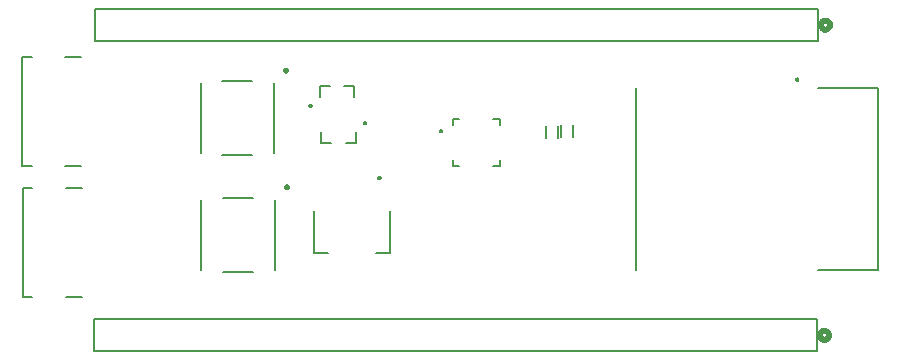
<source format=gbr>
%FSTAX23Y23*%
%MOIN*%
%SFA1B1*%

%IPPOS*%
%ADD42C,0.007874*%
%ADD43C,0.020000*%
%ADD44C,0.010000*%
%ADD45C,0.005000*%
%ADD46C,0.006000*%
%ADD47C,0.005905*%
%LNesp32_legend_top-1*%
%LPD*%
G54D42*
X01383Y00744D02*
D01*
X01383Y00744*
X01383Y00744*
X01383Y00744*
X01383Y00745*
X01383Y00745*
X01383Y00745*
X01383Y00745*
X01383Y00746*
X01383Y00746*
X01382Y00746*
X01382Y00746*
X01382Y00747*
X01382Y00747*
X01382Y00747*
X01381Y00747*
X01381Y00747*
X01381Y00747*
X01381Y00747*
X0138Y00747*
X0138Y00747*
X0138Y00748*
X0138Y00748*
X01379*
X01379Y00748*
X01379Y00747*
X01378Y00747*
X01378Y00747*
X01378Y00747*
X01378Y00747*
X01377Y00747*
X01377Y00747*
X01377Y00747*
X01377Y00747*
X01377Y00746*
X01376Y00746*
X01376Y00746*
X01376Y00746*
X01376Y00745*
X01376Y00745*
X01376Y00745*
X01376Y00745*
X01376Y00744*
X01376Y00744*
X01375Y00744*
X01375Y00744*
X01375Y00743*
X01376Y00743*
X01376Y00743*
X01376Y00743*
X01376Y00742*
X01376Y00742*
X01376Y00742*
X01376Y00742*
X01376Y00741*
X01376Y00741*
X01377Y00741*
X01377Y00741*
X01377Y0074*
X01377Y0074*
X01377Y0074*
X01378Y0074*
X01378Y0074*
X01378Y0074*
X01378Y0074*
X01379Y0074*
X01379Y0074*
X01379Y0074*
X0138*
X0138Y0074*
X0138Y0074*
X0138Y0074*
X01381Y0074*
X01381Y0074*
X01381Y0074*
X01381Y0074*
X01382Y0074*
X01382Y0074*
X01382Y00741*
X01382Y00741*
X01382Y00741*
X01383Y00741*
X01383Y00742*
X01383Y00742*
X01383Y00742*
X01383Y00742*
X01383Y00743*
X01383Y00743*
X01383Y00743*
X01383Y00743*
X01383Y00744*
X01178Y00587D02*
D01*
X01178Y00587*
X01178Y00588*
X01178Y00588*
X01177Y00588*
X01177Y00588*
X01177Y00589*
X01177Y00589*
X01177Y00589*
X01177Y00589*
X01177Y0059*
X01177Y0059*
X01176Y0059*
X01176Y0059*
X01176Y0059*
X01176Y00591*
X01175Y00591*
X01175Y00591*
X01175Y00591*
X01175Y00591*
X01174Y00591*
X01174Y00591*
X01174Y00591*
X01174*
X01173Y00591*
X01173Y00591*
X01173Y00591*
X01172Y00591*
X01172Y00591*
X01172Y00591*
X01172Y00591*
X01172Y0059*
X01171Y0059*
X01171Y0059*
X01171Y0059*
X01171Y0059*
X01171Y00589*
X0117Y00589*
X0117Y00589*
X0117Y00589*
X0117Y00588*
X0117Y00588*
X0117Y00588*
X0117Y00588*
X0117Y00587*
X0117Y00587*
X0117Y00587*
X0117Y00587*
X0117Y00586*
X0117Y00586*
X0117Y00586*
X0117Y00585*
X0117Y00585*
X0117Y00585*
X01171Y00585*
X01171Y00585*
X01171Y00584*
X01171Y00584*
X01171Y00584*
X01172Y00584*
X01172Y00584*
X01172Y00584*
X01172Y00583*
X01172Y00583*
X01173Y00583*
X01173Y00583*
X01173Y00583*
X01174Y00583*
X01174*
X01174Y00583*
X01174Y00583*
X01175Y00583*
X01175Y00583*
X01175Y00583*
X01175Y00584*
X01176Y00584*
X01176Y00584*
X01176Y00584*
X01176Y00584*
X01177Y00584*
X01177Y00585*
X01177Y00585*
X01177Y00585*
X01177Y00585*
X01177Y00585*
X01177Y00586*
X01177Y00586*
X01178Y00586*
X01178Y00587*
X01178Y00587*
X01178Y00587*
X02571Y00915D02*
D01*
X02571Y00915*
X02571Y00915*
X02571Y00916*
X02571Y00916*
X02571Y00916*
X02571Y00916*
X02571Y00917*
X02571Y00917*
X02571Y00917*
X0257Y00917*
X0257Y00918*
X0257Y00918*
X0257Y00918*
X0257Y00918*
X02569Y00918*
X02569Y00918*
X02569Y00919*
X02569Y00919*
X02568Y00919*
X02568Y00919*
X02568Y00919*
X02568Y00919*
X02567*
X02567Y00919*
X02567Y00919*
X02566Y00919*
X02566Y00919*
X02566Y00919*
X02566Y00918*
X02565Y00918*
X02565Y00918*
X02565Y00918*
X02565Y00918*
X02565Y00918*
X02564Y00917*
X02564Y00917*
X02564Y00917*
X02564Y00917*
X02564Y00916*
X02564Y00916*
X02564Y00916*
X02564Y00916*
X02564Y00915*
X02563Y00915*
X02563Y00915*
X02563Y00915*
X02564Y00914*
X02564Y00914*
X02564Y00914*
X02564Y00914*
X02564Y00913*
X02564Y00913*
X02564Y00913*
X02564Y00913*
X02564Y00912*
X02565Y00912*
X02565Y00912*
X02565Y00912*
X02565Y00912*
X02565Y00911*
X02566Y00911*
X02566Y00911*
X02566Y00911*
X02566Y00911*
X02567Y00911*
X02567Y00911*
X02567Y00911*
X02568*
X02568Y00911*
X02568Y00911*
X02568Y00911*
X02569Y00911*
X02569Y00911*
X02569Y00911*
X02569Y00911*
X0257Y00912*
X0257Y00912*
X0257Y00912*
X0257Y00912*
X0257Y00912*
X02571Y00913*
X02571Y00913*
X02571Y00913*
X02571Y00913*
X02571Y00914*
X02571Y00914*
X02571Y00914*
X02571Y00914*
X02571Y00915*
X02571Y00915*
X0113Y0077D02*
D01*
X0113Y0077*
X0113Y0077*
X0113Y0077*
X0113Y00771*
X0113Y00771*
X0113Y00771*
X0113Y00771*
X0113Y00772*
X0113Y00772*
X01129Y00772*
X01129Y00772*
X01129Y00773*
X01129Y00773*
X01129Y00773*
X01128Y00773*
X01128Y00773*
X01128Y00773*
X01128Y00773*
X01127Y00773*
X01127Y00773*
X01127Y00773*
X01127Y00774*
X01126*
X01126Y00773*
X01126Y00773*
X01126Y00773*
X01125Y00773*
X01125Y00773*
X01125Y00773*
X01125Y00773*
X01124Y00773*
X01124Y00773*
X01124Y00773*
X01124Y00772*
X01123Y00772*
X01123Y00772*
X01123Y00772*
X01123Y00771*
X01123Y00771*
X01123Y00771*
X01123Y00771*
X01123Y0077*
X01123Y0077*
X01123Y0077*
X01123Y0077*
X01123Y00769*
X01123Y00769*
X01123Y00769*
X01123Y00768*
X01123Y00768*
X01123Y00768*
X01123Y00768*
X01123Y00767*
X01123Y00767*
X01123Y00767*
X01124Y00767*
X01124Y00767*
X01124Y00766*
X01124Y00766*
X01125Y00766*
X01125Y00766*
X01125Y00766*
X01125Y00766*
X01126Y00766*
X01126Y00766*
X01126Y00766*
X01126Y00766*
X01127*
X01127Y00766*
X01127Y00766*
X01127Y00766*
X01128Y00766*
X01128Y00766*
X01128Y00766*
X01128Y00766*
X01129Y00766*
X01129Y00766*
X01129Y00767*
X01129Y00767*
X01129Y00767*
X0113Y00767*
X0113Y00767*
X0113Y00768*
X0113Y00768*
X0113Y00768*
X0113Y00768*
X0113Y00769*
X0113Y00769*
X0113Y00769*
X0113Y0077*
X00948Y00827D02*
D01*
X00948Y00828*
X00948Y00828*
X00948Y00828*
X00948Y00828*
X00948Y00829*
X00948Y00829*
X00948Y00829*
X00948Y00829*
X00948Y0083*
X00947Y0083*
X00947Y0083*
X00947Y0083*
X00947Y0083*
X00947Y00831*
X00946Y00831*
X00946Y00831*
X00946Y00831*
X00946Y00831*
X00945Y00831*
X00945Y00831*
X00945Y00831*
X00945Y00831*
X00944*
X00944Y00831*
X00944Y00831*
X00943Y00831*
X00943Y00831*
X00943Y00831*
X00943Y00831*
X00942Y00831*
X00942Y00831*
X00942Y0083*
X00942Y0083*
X00942Y0083*
X00941Y0083*
X00941Y0083*
X00941Y00829*
X00941Y00829*
X00941Y00829*
X00941Y00829*
X00941Y00828*
X00941Y00828*
X0094Y00828*
X0094Y00828*
X0094Y00827*
X0094Y00827*
X0094Y00827*
X00941Y00826*
X00941Y00826*
X00941Y00826*
X00941Y00826*
X00941Y00825*
X00941Y00825*
X00941Y00825*
X00941Y00825*
X00942Y00825*
X00942Y00824*
X00942Y00824*
X00942Y00824*
X00942Y00824*
X00943Y00824*
X00943Y00824*
X00943Y00824*
X00943Y00823*
X00944Y00823*
X00944Y00823*
X00944Y00823*
X00945*
X00945Y00823*
X00945Y00823*
X00945Y00823*
X00946Y00824*
X00946Y00824*
X00946Y00824*
X00946Y00824*
X00947Y00824*
X00947Y00824*
X00947Y00824*
X00947Y00825*
X00947Y00825*
X00948Y00825*
X00948Y00825*
X00948Y00825*
X00948Y00826*
X00948Y00826*
X00948Y00826*
X00948Y00826*
X00948Y00827*
X00948Y00827*
X00948Y00827*
G54D43*
X02676Y01096D02*
D01*
X02676Y01097*
X02676Y01098*
X02675Y01099*
X02675Y011*
X02675Y01101*
X02675Y01102*
X02674Y01103*
X02674Y01104*
X02673Y01105*
X02672Y01106*
X02672Y01106*
X02671Y01107*
X0267Y01108*
X02669Y01108*
X02668Y01109*
X02667Y01109*
X02666Y0111*
X02665Y0111*
X02664Y01111*
X02663Y01111*
X02662Y01111*
X02661Y01111*
X0266*
X02659Y01111*
X02658Y01111*
X02657Y01111*
X02656Y0111*
X02655Y0111*
X02654Y01109*
X02653Y01109*
X02652Y01108*
X02652Y01108*
X02651Y01107*
X0265Y01106*
X02649Y01106*
X02649Y01105*
X02648Y01104*
X02648Y01103*
X02647Y01102*
X02647Y01101*
X02646Y011*
X02646Y01099*
X02646Y01098*
X02646Y01097*
X02646Y01096*
D01*
X02646Y01095*
X02646Y01094*
X02646Y01093*
X02646Y01092*
X02647Y01091*
X02647Y0109*
X02648Y01089*
X02648Y01088*
X02649Y01087*
X02649Y01086*
X0265Y01086*
X02651Y01085*
X02652Y01084*
X02652Y01084*
X02653Y01083*
X02654Y01082*
X02655Y01082*
X02656Y01082*
X02657Y01081*
X02658Y01081*
X02659Y01081*
X0266Y01081*
X02661*
X02662Y01081*
X02663Y01081*
X02664Y01081*
X02665Y01082*
X02666Y01082*
X02667Y01082*
X02668Y01083*
X02669Y01084*
X0267Y01084*
X02671Y01085*
X02672Y01086*
X02672Y01086*
X02673Y01087*
X02674Y01088*
X02674Y01089*
X02675Y0109*
X02675Y01091*
X02675Y01092*
X02675Y01093*
X02676Y01094*
X02676Y01095*
X02676Y01096*
X02673Y00062D02*
D01*
X02673Y00063*
X02673Y00064*
X02672Y00065*
X02672Y00066*
X02672Y00067*
X02671Y00068*
X02671Y00069*
X0267Y00069*
X0267Y0007*
X02669Y00071*
X02668Y00072*
X02668Y00073*
X02667Y00073*
X02666Y00074*
X02665Y00074*
X02664Y00075*
X02663Y00075*
X02662Y00076*
X02661Y00076*
X0266Y00076*
X02659Y00076*
X02658Y00076*
X02657*
X02656Y00076*
X02655Y00076*
X02654Y00076*
X02653Y00076*
X02652Y00075*
X02651Y00075*
X0265Y00074*
X02649Y00074*
X02648Y00073*
X02648Y00073*
X02647Y00072*
X02646Y00071*
X02646Y0007*
X02645Y00069*
X02644Y00069*
X02644Y00068*
X02644Y00067*
X02643Y00066*
X02643Y00065*
X02643Y00064*
X02643Y00063*
X02643Y00062*
D01*
X02643Y0006*
X02643Y00059*
X02643Y00058*
X02643Y00057*
X02644Y00056*
X02644Y00055*
X02644Y00054*
X02645Y00054*
X02646Y00053*
X02646Y00052*
X02647Y00051*
X02648Y0005*
X02648Y0005*
X02649Y00049*
X0265Y00049*
X02651Y00048*
X02652Y00048*
X02653Y00047*
X02654Y00047*
X02655Y00047*
X02656Y00047*
X02657Y00047*
X02658*
X02659Y00047*
X0266Y00047*
X02661Y00047*
X02662Y00047*
X02663Y00048*
X02664Y00048*
X02665Y00049*
X02666Y00049*
X02667Y0005*
X02668Y0005*
X02668Y00051*
X02669Y00052*
X0267Y00053*
X0267Y00054*
X02671Y00054*
X02671Y00055*
X02672Y00056*
X02672Y00057*
X02672Y00058*
X02673Y00059*
X02673Y0006*
X02673Y00062*
G54D44*
X00864Y00552D02*
D01*
X00865Y00552*
X00865Y00552*
X00865Y00552*
X00866Y00552*
X00866Y00552*
X00866Y00553*
X00867Y00553*
X00867Y00553*
X00867Y00553*
X00867Y00553*
X00868Y00554*
X00868Y00554*
X00868Y00554*
X00868Y00554*
X00869Y00555*
X00869Y00555*
X00869Y00555*
X00869Y00556*
X00869Y00556*
X00869Y00556*
X00869Y00557*
X00869Y00557*
Y00557*
X00869Y00558*
X00869Y00558*
X00869Y00558*
X00869Y00559*
X00869Y00559*
X00869Y00559*
X00869Y0056*
X00868Y0056*
X00868Y0056*
X00868Y0056*
X00868Y00561*
X00867Y00561*
X00867Y00561*
X00867Y00561*
X00867Y00562*
X00866Y00562*
X00866Y00562*
X00866Y00562*
X00865Y00562*
X00865Y00562*
X00865Y00562*
X00864Y00562*
D01*
X00864Y00562*
X00864Y00562*
X00863Y00562*
X00863Y00562*
X00863Y00562*
X00862Y00562*
X00862Y00562*
X00862Y00561*
X00861Y00561*
X00861Y00561*
X00861Y00561*
X00861Y0056*
X0086Y0056*
X0086Y0056*
X0086Y0056*
X0086Y00559*
X0086Y00559*
X00859Y00559*
X00859Y00558*
X00859Y00558*
X00859Y00558*
X00859Y00557*
Y00557*
X00859Y00557*
X00859Y00556*
X00859Y00556*
X00859Y00556*
X0086Y00555*
X0086Y00555*
X0086Y00555*
X0086Y00554*
X0086Y00554*
X00861Y00554*
X00861Y00554*
X00861Y00553*
X00861Y00553*
X00862Y00553*
X00862Y00553*
X00862Y00553*
X00863Y00552*
X00863Y00552*
X00863Y00552*
X00864Y00552*
X00864Y00552*
X00864Y00552*
X00861Y00951D02*
D01*
X00861Y00951*
X00861Y00951*
X0086Y00951*
X0086Y00951*
X0086Y00951*
X00859Y0095*
X00859Y0095*
X00859Y0095*
X00858Y0095*
X00858Y0095*
X00858Y0095*
X00858Y00949*
X00857Y00949*
X00857Y00949*
X00857Y00948*
X00857Y00948*
X00857Y00948*
X00857Y00947*
X00856Y00947*
X00856Y00947*
X00856Y00946*
X00856Y00946*
Y00946*
X00856Y00945*
X00856Y00945*
X00856Y00945*
X00857Y00944*
X00857Y00944*
X00857Y00944*
X00857Y00943*
X00857Y00943*
X00857Y00943*
X00858Y00943*
X00858Y00942*
X00858Y00942*
X00858Y00942*
X00859Y00942*
X00859Y00942*
X00859Y00941*
X0086Y00941*
X0086Y00941*
X0086Y00941*
X00861Y00941*
X00861Y00941*
X00861Y00941*
D01*
X00862Y00941*
X00862Y00941*
X00862Y00941*
X00863Y00941*
X00863Y00941*
X00863Y00941*
X00864Y00942*
X00864Y00942*
X00864Y00942*
X00864Y00942*
X00865Y00942*
X00865Y00943*
X00865Y00943*
X00865Y00943*
X00866Y00943*
X00866Y00944*
X00866Y00944*
X00866Y00944*
X00866Y00945*
X00866Y00945*
X00866Y00945*
X00866Y00946*
Y00946*
X00866Y00946*
X00866Y00947*
X00866Y00947*
X00866Y00947*
X00866Y00948*
X00866Y00948*
X00866Y00948*
X00865Y00949*
X00865Y00949*
X00865Y00949*
X00865Y0095*
X00864Y0095*
X00864Y0095*
X00864Y0095*
X00864Y0095*
X00863Y0095*
X00863Y00951*
X00863Y00951*
X00862Y00951*
X00862Y00951*
X00862Y00951*
X00861Y00951*
G54D45*
X01418Y00762D02*
Y00783D01*
Y00625D02*
Y00647D01*
X01575Y00762D02*
Y00783D01*
Y00625D02*
Y00647D01*
X01418Y00783D02*
X01439D01*
X01418Y00625D02*
X01439D01*
X01554Y00783D02*
X01575D01*
X01554Y00625D02*
X01575D01*
X00955Y00337D02*
Y00475D01*
Y00337D02*
X01004D01*
X01211D02*
Y00475D01*
X01162Y00337D02*
X01211D01*
X02637Y00885D02*
X02836D01*
X02029Y00279D02*
Y00885D01*
X02637Y00279D02*
X02836D01*
Y00885*
X00981Y00704D02*
Y00741D01*
X01095Y00704D02*
Y00741D01*
X01062Y00704D02*
X01095D01*
X00981D02*
X01013D01*
X0177Y0072D02*
Y00759D01*
X01731Y0072D02*
Y00759D01*
X01819Y00723D02*
Y00763D01*
X01781Y00723D02*
Y00763D01*
X0109Y00856D02*
Y00893D01*
X00976Y00856D02*
Y00893D01*
X01009*
X01057D02*
X0109D01*
G54D46*
X00226Y01042D02*
Y0115D01*
X02636*
Y01042D02*
Y0115D01*
X00226Y01042D02*
X02636D01*
X00654Y0052D02*
X00754D01*
X00827Y00281D02*
Y00513D01*
X00654Y00274D02*
X00754D01*
X00581Y00281D02*
Y00513D01*
X00223Y00008D02*
Y00116D01*
X02633*
Y00008D02*
Y00116D01*
X00223Y00008D02*
X02633D01*
X00578Y0067D02*
Y00902D01*
X00651Y00663D02*
X00751D01*
X00824Y0067D02*
Y00902D01*
X00651Y00909D02*
X00751D01*
G54D47*
X00127Y00989D02*
X00181D01*
X00127Y00626D02*
X00181D01*
X-00016D02*
X00015D01*
X-00016D02*
Y00989D01*
X00015*
X00129Y00552D02*
X00183D01*
X00129Y00188D02*
X00183D01*
X-00014D02*
X00017D01*
X-00014D02*
Y00552D01*
X00017*
M02*
</source>
